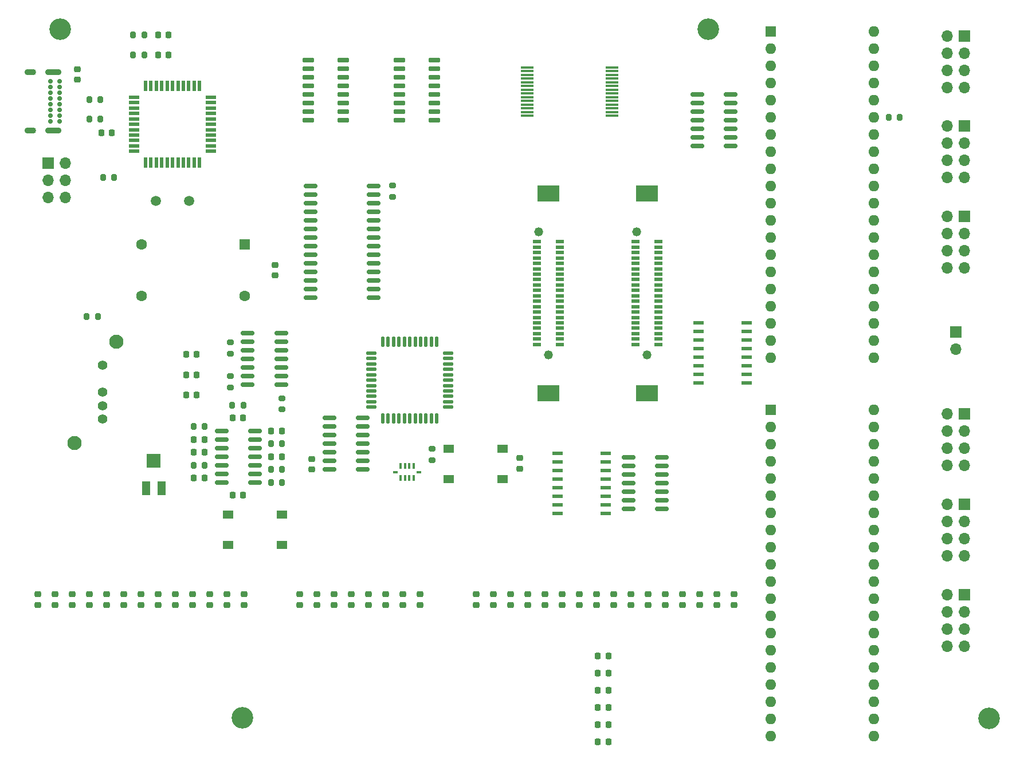
<source format=gbr>
%TF.GenerationSoftware,KiCad,Pcbnew,7.0.10*%
%TF.CreationDate,2024-03-05T20:32:04+01:00*%
%TF.ProjectId,z80,7a38302e-6b69-4636-9164-5f7063625858,1.0*%
%TF.SameCoordinates,Original*%
%TF.FileFunction,Soldermask,Top*%
%TF.FilePolarity,Negative*%
%FSLAX46Y46*%
G04 Gerber Fmt 4.6, Leading zero omitted, Abs format (unit mm)*
G04 Created by KiCad (PCBNEW 7.0.10) date 2024-03-05 20:32:04*
%MOMM*%
%LPD*%
G01*
G04 APERTURE LIST*
G04 Aperture macros list*
%AMRoundRect*
0 Rectangle with rounded corners*
0 $1 Rounding radius*
0 $2 $3 $4 $5 $6 $7 $8 $9 X,Y pos of 4 corners*
0 Add a 4 corners polygon primitive as box body*
4,1,4,$2,$3,$4,$5,$6,$7,$8,$9,$2,$3,0*
0 Add four circle primitives for the rounded corners*
1,1,$1+$1,$2,$3*
1,1,$1+$1,$4,$5*
1,1,$1+$1,$6,$7*
1,1,$1+$1,$8,$9*
0 Add four rect primitives between the rounded corners*
20,1,$1+$1,$2,$3,$4,$5,0*
20,1,$1+$1,$4,$5,$6,$7,0*
20,1,$1+$1,$6,$7,$8,$9,0*
20,1,$1+$1,$8,$9,$2,$3,0*%
G04 Aperture macros list end*
%ADD10RoundRect,0.200000X-0.200000X-0.275000X0.200000X-0.275000X0.200000X0.275000X-0.200000X0.275000X0*%
%ADD11R,1.550000X1.300000*%
%ADD12RoundRect,0.225000X0.225000X0.250000X-0.225000X0.250000X-0.225000X-0.250000X0.225000X-0.250000X0*%
%ADD13RoundRect,0.218750X0.256250X-0.218750X0.256250X0.218750X-0.256250X0.218750X-0.256250X-0.218750X0*%
%ADD14RoundRect,0.218750X-0.218750X-0.256250X0.218750X-0.256250X0.218750X0.256250X-0.218750X0.256250X0*%
%ADD15R,1.600000X1.600000*%
%ADD16O,1.600000X1.600000*%
%ADD17RoundRect,0.225000X-0.250000X0.225000X-0.250000X-0.225000X0.250000X-0.225000X0.250000X0.225000X0*%
%ADD18RoundRect,0.200000X0.275000X-0.200000X0.275000X0.200000X-0.275000X0.200000X-0.275000X-0.200000X0*%
%ADD19R,1.700000X1.700000*%
%ADD20O,1.700000X1.700000*%
%ADD21RoundRect,0.137500X-0.600000X-0.137500X0.600000X-0.137500X0.600000X0.137500X-0.600000X0.137500X0*%
%ADD22RoundRect,0.137500X-0.137500X-0.600000X0.137500X-0.600000X0.137500X0.600000X-0.137500X0.600000X0*%
%ADD23R,1.500000X0.600000*%
%ADD24RoundRect,0.200000X-0.275000X0.200000X-0.275000X-0.200000X0.275000X-0.200000X0.275000X0.200000X0*%
%ADD25RoundRect,0.150000X-0.825000X-0.150000X0.825000X-0.150000X0.825000X0.150000X-0.825000X0.150000X0*%
%ADD26C,3.200000*%
%ADD27C,1.320000*%
%ADD28R,1.200000X0.500000*%
%ADD29R,3.200000X2.450000*%
%ADD30R,1.870000X0.380000*%
%ADD31RoundRect,0.150000X-0.875000X-0.150000X0.875000X-0.150000X0.875000X0.150000X-0.875000X0.150000X0*%
%ADD32RoundRect,0.225000X-0.225000X-0.250000X0.225000X-0.250000X0.225000X0.250000X-0.225000X0.250000X0*%
%ADD33RoundRect,0.200000X0.200000X0.275000X-0.200000X0.275000X-0.200000X-0.275000X0.200000X-0.275000X0*%
%ADD34RoundRect,0.225000X0.250000X-0.225000X0.250000X0.225000X-0.250000X0.225000X-0.250000X-0.225000X0*%
%ADD35RoundRect,0.218750X0.218750X0.256250X-0.218750X0.256250X-0.218750X-0.256250X0.218750X-0.256250X0*%
%ADD36R,1.300000X2.000000*%
%ADD37R,2.000000X2.000000*%
%ADD38R,0.735600X0.458800*%
%ADD39R,0.306400X0.888000*%
%ADD40C,1.400000*%
%ADD41C,2.100000*%
%ADD42RoundRect,0.218750X-0.256250X0.218750X-0.256250X-0.218750X0.256250X-0.218750X0.256250X0.218750X0*%
%ADD43RoundRect,0.150000X-0.725000X-0.150000X0.725000X-0.150000X0.725000X0.150000X-0.725000X0.150000X0*%
%ADD44C,1.600000*%
%ADD45C,1.500000*%
%ADD46C,0.700000*%
%ADD47O,2.400000X0.900000*%
%ADD48O,1.700000X0.900000*%
%ADD49R,1.500000X0.550000*%
%ADD50R,0.550000X1.500000*%
G04 APERTURE END LIST*
D10*
%TO.C,R6*%
X112065000Y-92710000D03*
X113715000Y-92710000D03*
%TD*%
D11*
%TO.C,SW1*%
X125133000Y-110200000D03*
X117183000Y-110200000D03*
X125133000Y-105700000D03*
X117183000Y-105700000D03*
%TD*%
D12*
%TO.C,C7*%
X125095000Y-93345000D03*
X123545000Y-93345000D03*
%TD*%
D13*
%TO.C,D46*%
X184277000Y-119126000D03*
X184277000Y-117551000D03*
%TD*%
D14*
%TO.C,D2*%
X110946000Y-82041000D03*
X112521000Y-82041000D03*
%TD*%
D12*
%TO.C,C11*%
X99975000Y-49276000D03*
X98425000Y-49276000D03*
%TD*%
D13*
%TO.C,D17*%
X137922000Y-119126000D03*
X137922000Y-117551000D03*
%TD*%
%TO.C,D33*%
X119507000Y-119126000D03*
X119507000Y-117551000D03*
%TD*%
%TO.C,D15*%
X132842000Y-119126000D03*
X132842000Y-117551000D03*
%TD*%
%TO.C,D36*%
X158877000Y-119088500D03*
X158877000Y-117513500D03*
%TD*%
D10*
%TO.C,R11*%
X112065000Y-98425000D03*
X113715000Y-98425000D03*
%TD*%
D13*
%TO.C,D27*%
X104267000Y-119126000D03*
X104267000Y-117551000D03*
%TD*%
D15*
%TO.C,U7*%
X197358000Y-34290000D03*
D16*
X197358000Y-36830000D03*
X197358000Y-39370000D03*
X197358000Y-41910000D03*
X197358000Y-44450000D03*
X197358000Y-46990000D03*
X197358000Y-49530000D03*
X197358000Y-52070000D03*
X197358000Y-54610000D03*
X197358000Y-57150000D03*
X197358000Y-59690000D03*
X197358000Y-62230000D03*
X197358000Y-64770000D03*
X197358000Y-67310000D03*
X197358000Y-69850000D03*
X197358000Y-72390000D03*
X197358000Y-74930000D03*
X197358000Y-77470000D03*
X197358000Y-80010000D03*
X197358000Y-82550000D03*
X212598000Y-82550000D03*
X212598000Y-80010000D03*
X212598000Y-77470000D03*
X212598000Y-74930000D03*
X212598000Y-72390000D03*
X212598000Y-69850000D03*
X212598000Y-67310000D03*
X212598000Y-64770000D03*
X212598000Y-62230000D03*
X212598000Y-59690000D03*
X212598000Y-57150000D03*
X212598000Y-54610000D03*
X212598000Y-52070000D03*
X212598000Y-49530000D03*
X212598000Y-46990000D03*
X212598000Y-44450000D03*
X212598000Y-41910000D03*
X212598000Y-39370000D03*
X212598000Y-36830000D03*
X212598000Y-34290000D03*
%TD*%
D13*
%TO.C,D14*%
X130302000Y-119126000D03*
X130302000Y-117551000D03*
%TD*%
D17*
%TO.C,C12*%
X94869000Y-39865000D03*
X94869000Y-41415000D03*
%TD*%
D18*
%TO.C,R13*%
X125095000Y-90170000D03*
X125095000Y-88520000D03*
%TD*%
D19*
%TO.C,J4*%
X225933000Y-34925000D03*
D20*
X223393000Y-34925000D03*
X225933000Y-37465000D03*
X223393000Y-37465000D03*
X225933000Y-40005000D03*
X223393000Y-40005000D03*
X225933000Y-42545000D03*
X223393000Y-42545000D03*
%TD*%
D21*
%TO.C,CPU1*%
X138355500Y-81852000D03*
X138355500Y-82652000D03*
X138355500Y-83452000D03*
X138355500Y-84252000D03*
X138355500Y-85052000D03*
X138355500Y-85852000D03*
X138355500Y-86652000D03*
X138355500Y-87452000D03*
X138355500Y-88252000D03*
X138355500Y-89052000D03*
X138355500Y-89852000D03*
D22*
X140018000Y-91514500D03*
X140818000Y-91514500D03*
X141618000Y-91514500D03*
X142418000Y-91514500D03*
X143218000Y-91514500D03*
X144018000Y-91514500D03*
X144818000Y-91514500D03*
X145618000Y-91514500D03*
X146418000Y-91514500D03*
X147218000Y-91514500D03*
X148018000Y-91514500D03*
D21*
X149680500Y-89852000D03*
X149680500Y-89052000D03*
X149680500Y-88252000D03*
X149680500Y-87452000D03*
X149680500Y-86652000D03*
X149680500Y-85852000D03*
X149680500Y-85052000D03*
X149680500Y-84252000D03*
X149680500Y-83452000D03*
X149680500Y-82652000D03*
X149680500Y-81852000D03*
D22*
X148018000Y-80189500D03*
X147218000Y-80189500D03*
X146418000Y-80189500D03*
X145618000Y-80189500D03*
X144818000Y-80189500D03*
X144018000Y-80189500D03*
X143218000Y-80189500D03*
X142418000Y-80189500D03*
X141618000Y-80189500D03*
X140818000Y-80189500D03*
X140018000Y-80189500D03*
%TD*%
D13*
%TO.C,D28*%
X106807000Y-119126000D03*
X106807000Y-117551000D03*
%TD*%
%TO.C,D13*%
X127762000Y-119126000D03*
X127762000Y-117551000D03*
%TD*%
%TO.C,D30*%
X111887000Y-119126000D03*
X111887000Y-117551000D03*
%TD*%
D23*
%TO.C,U5*%
X186696000Y-77343000D03*
X186696000Y-78613000D03*
X186696000Y-79883000D03*
X186696000Y-81153000D03*
X186696000Y-82423000D03*
X186696000Y-83693000D03*
X186696000Y-84963000D03*
X186696000Y-86233000D03*
X193796000Y-86233000D03*
X193796000Y-84963000D03*
X193796000Y-83693000D03*
X193796000Y-82423000D03*
X193796000Y-81153000D03*
X193796000Y-79883000D03*
X193796000Y-78613000D03*
X193796000Y-77343000D03*
%TD*%
D13*
%TO.C,D25*%
X99187000Y-119126000D03*
X99187000Y-117551000D03*
%TD*%
%TO.C,D47*%
X186817000Y-119126000D03*
X186817000Y-117551000D03*
%TD*%
D11*
%TO.C,SW3*%
X157734000Y-100512000D03*
X149784000Y-100512000D03*
X157734000Y-96012000D03*
X149784000Y-96012000D03*
%TD*%
D13*
%TO.C,D37*%
X161417000Y-119088500D03*
X161417000Y-117513500D03*
%TD*%
%TO.C,D39*%
X166497000Y-119088500D03*
X166497000Y-117513500D03*
%TD*%
%TO.C,D16*%
X135382000Y-119126000D03*
X135382000Y-117551000D03*
%TD*%
D24*
%TO.C,R15*%
X147320000Y-96012000D03*
X147320000Y-97662000D03*
%TD*%
D12*
%TO.C,C5*%
X113665000Y-96520000D03*
X112115000Y-96520000D03*
%TD*%
D25*
%TO.C,U6*%
X186501000Y-43561000D03*
X186501000Y-44831000D03*
X186501000Y-46101000D03*
X186501000Y-47371000D03*
X186501000Y-48641000D03*
X186501000Y-49911000D03*
X186501000Y-51181000D03*
X191451000Y-51181000D03*
X191451000Y-49911000D03*
X191451000Y-48641000D03*
X191451000Y-47371000D03*
X191451000Y-46101000D03*
X191451000Y-44831000D03*
X191451000Y-43561000D03*
%TD*%
D26*
%TO.C,REF\u002A\u002A*%
X92360000Y-33940000D03*
%TD*%
D27*
%TO.C,J3*%
X177546000Y-63880000D03*
X179046000Y-82080000D03*
D28*
X177346000Y-65380000D03*
X177346000Y-66180000D03*
X177346000Y-66980000D03*
X177346000Y-67780000D03*
X177346000Y-68580000D03*
X177346000Y-69380000D03*
X177346000Y-70180000D03*
X177346000Y-70980000D03*
X177346000Y-71780000D03*
X177346000Y-72580000D03*
X177346000Y-73380000D03*
X177346000Y-74180000D03*
X177346000Y-74980000D03*
X177346000Y-75780000D03*
X177346000Y-76580000D03*
X177346000Y-77380000D03*
X177346000Y-78180000D03*
X177346000Y-78980000D03*
X177346000Y-79780000D03*
X177346000Y-80580000D03*
X180746000Y-65380000D03*
X180746000Y-66180000D03*
X180746000Y-66980000D03*
X180746000Y-67780000D03*
X180746000Y-68580000D03*
X180746000Y-69380000D03*
X180746000Y-70180000D03*
X180746000Y-70980000D03*
X180746000Y-71780000D03*
X180746000Y-72580000D03*
X180746000Y-73380000D03*
X180746000Y-74180000D03*
X180746000Y-74980000D03*
X180746000Y-75780000D03*
X180746000Y-76580000D03*
X180746000Y-77380000D03*
X180746000Y-78180000D03*
X180746000Y-78980000D03*
X180746000Y-79780000D03*
X180746000Y-80580000D03*
D29*
X179046000Y-58205000D03*
X179046000Y-87755000D03*
%TD*%
D24*
%TO.C,R16*%
X141478000Y-57087000D03*
X141478000Y-58737000D03*
%TD*%
D19*
%TO.C,J5*%
X225953000Y-48270000D03*
D20*
X223413000Y-48270000D03*
X225953000Y-50810000D03*
X223413000Y-50810000D03*
X225953000Y-53350000D03*
X223413000Y-53350000D03*
X225953000Y-55890000D03*
X223413000Y-55890000D03*
%TD*%
D30*
%TO.C,RAM1*%
X161370000Y-43455000D03*
X161370000Y-44005000D03*
X161370000Y-44555000D03*
X161370000Y-45105000D03*
X161370000Y-45655000D03*
X161370000Y-46205000D03*
X161370000Y-46755000D03*
X173910000Y-46755000D03*
X173910000Y-46205000D03*
X173910000Y-45655000D03*
X173910000Y-45105000D03*
X173910000Y-44555000D03*
X173910000Y-44005000D03*
X173910000Y-43455000D03*
X173910000Y-42905000D03*
X173910000Y-42355000D03*
X173910000Y-41805000D03*
X173910000Y-41255000D03*
X173910000Y-40705000D03*
X173910000Y-40155000D03*
X173910000Y-39605000D03*
X161370000Y-39605000D03*
X161370000Y-40155000D03*
X161370000Y-40705000D03*
X161370000Y-41255000D03*
X161370000Y-41805000D03*
X161370000Y-42355000D03*
X161370000Y-42905000D03*
%TD*%
D13*
%TO.C,D40*%
X169037000Y-119088500D03*
X169037000Y-117513500D03*
%TD*%
D14*
%TO.C,D11*%
X171780000Y-134243000D03*
X173355000Y-134243000D03*
%TD*%
D19*
%TO.C,J8*%
X225953000Y-104219000D03*
D20*
X223413000Y-104219000D03*
X225953000Y-106759000D03*
X223413000Y-106759000D03*
X225953000Y-109299000D03*
X223413000Y-109299000D03*
X225953000Y-111839000D03*
X223413000Y-111839000D03*
%TD*%
D10*
%TO.C,R12*%
X123495000Y-99060000D03*
X125145000Y-99060000D03*
%TD*%
D19*
%TO.C,J1*%
X224663000Y-78740000D03*
D20*
X224663000Y-81280000D03*
%TD*%
D13*
%TO.C,D49*%
X191897000Y-119126000D03*
X191897000Y-117551000D03*
%TD*%
D31*
%TO.C,ROM1*%
X129335000Y-57150000D03*
X129335000Y-58420000D03*
X129335000Y-59690000D03*
X129335000Y-60960000D03*
X129335000Y-62230000D03*
X129335000Y-63500000D03*
X129335000Y-64770000D03*
X129335000Y-66040000D03*
X129335000Y-67310000D03*
X129335000Y-68580000D03*
X129335000Y-69850000D03*
X129335000Y-71120000D03*
X129335000Y-72390000D03*
X129335000Y-73660000D03*
X138635000Y-73660000D03*
X138635000Y-72390000D03*
X138635000Y-71120000D03*
X138635000Y-69850000D03*
X138635000Y-68580000D03*
X138635000Y-67310000D03*
X138635000Y-66040000D03*
X138635000Y-64770000D03*
X138635000Y-63500000D03*
X138635000Y-62230000D03*
X138635000Y-60960000D03*
X138635000Y-59690000D03*
X138635000Y-58420000D03*
X138635000Y-57150000D03*
%TD*%
D13*
%TO.C,D20*%
X145542000Y-119126000D03*
X145542000Y-117551000D03*
%TD*%
D14*
%TO.C,D12*%
X171780000Y-136783000D03*
X173355000Y-136783000D03*
%TD*%
D32*
%TO.C,C4*%
X117830000Y-102870000D03*
X119380000Y-102870000D03*
%TD*%
D33*
%TO.C,R5*%
X119430000Y-89535000D03*
X117780000Y-89535000D03*
%TD*%
D18*
%TO.C,R7*%
X117475000Y-86930000D03*
X117475000Y-85280000D03*
%TD*%
D34*
%TO.C,C8*%
X160274000Y-98946000D03*
X160274000Y-97396000D03*
%TD*%
D10*
%TO.C,R17*%
X96647000Y-44323000D03*
X98297000Y-44323000D03*
%TD*%
D35*
%TO.C,D5*%
X113677500Y-100330000D03*
X112102500Y-100330000D03*
%TD*%
D26*
%TO.C,REF\u002A\u002A*%
X229585000Y-135859000D03*
%TD*%
D25*
%TO.C,U8*%
X176341000Y-97282000D03*
X176341000Y-98552000D03*
X176341000Y-99822000D03*
X176341000Y-101092000D03*
X176341000Y-102362000D03*
X176341000Y-103632000D03*
X176341000Y-104902000D03*
X181291000Y-104902000D03*
X181291000Y-103632000D03*
X181291000Y-102362000D03*
X181291000Y-101092000D03*
X181291000Y-99822000D03*
X181291000Y-98552000D03*
X181291000Y-97282000D03*
%TD*%
D36*
%TO.C,RV1*%
X107322000Y-101822000D03*
D37*
X106172000Y-97822000D03*
D36*
X105022000Y-101822000D03*
%TD*%
D26*
%TO.C,REF\u002A\u002A*%
X119253000Y-135763000D03*
%TD*%
D27*
%TO.C,J2*%
X163014000Y-63880000D03*
X164514000Y-82080000D03*
D28*
X162814000Y-65380000D03*
X162814000Y-66180000D03*
X162814000Y-66980000D03*
X162814000Y-67780000D03*
X162814000Y-68580000D03*
X162814000Y-69380000D03*
X162814000Y-70180000D03*
X162814000Y-70980000D03*
X162814000Y-71780000D03*
X162814000Y-72580000D03*
X162814000Y-73380000D03*
X162814000Y-74180000D03*
X162814000Y-74980000D03*
X162814000Y-75780000D03*
X162814000Y-76580000D03*
X162814000Y-77380000D03*
X162814000Y-78180000D03*
X162814000Y-78980000D03*
X162814000Y-79780000D03*
X162814000Y-80580000D03*
X166214000Y-65380000D03*
X166214000Y-66180000D03*
X166214000Y-66980000D03*
X166214000Y-67780000D03*
X166214000Y-68580000D03*
X166214000Y-69380000D03*
X166214000Y-70180000D03*
X166214000Y-70980000D03*
X166214000Y-71780000D03*
X166214000Y-72580000D03*
X166214000Y-73380000D03*
X166214000Y-74180000D03*
X166214000Y-74980000D03*
X166214000Y-75780000D03*
X166214000Y-76580000D03*
X166214000Y-77380000D03*
X166214000Y-78180000D03*
X166214000Y-78980000D03*
X166214000Y-79780000D03*
X166214000Y-80580000D03*
D29*
X164514000Y-58205000D03*
X164514000Y-87755000D03*
%TD*%
D15*
%TO.C,U10*%
X197358000Y-90239000D03*
D16*
X197358000Y-92779000D03*
X197358000Y-95319000D03*
X197358000Y-97859000D03*
X197358000Y-100399000D03*
X197358000Y-102939000D03*
X197358000Y-105479000D03*
X197358000Y-108019000D03*
X197358000Y-110559000D03*
X197358000Y-113099000D03*
X197358000Y-115639000D03*
X197358000Y-118179000D03*
X197358000Y-120719000D03*
X197358000Y-123259000D03*
X197358000Y-125799000D03*
X197358000Y-128339000D03*
X197358000Y-130879000D03*
X197358000Y-133419000D03*
X197358000Y-135959000D03*
X197358000Y-138499000D03*
X212598000Y-138499000D03*
X212598000Y-135959000D03*
X212598000Y-133419000D03*
X212598000Y-130879000D03*
X212598000Y-128339000D03*
X212598000Y-125799000D03*
X212598000Y-123259000D03*
X212598000Y-120719000D03*
X212598000Y-118179000D03*
X212598000Y-115639000D03*
X212598000Y-113099000D03*
X212598000Y-110559000D03*
X212598000Y-108019000D03*
X212598000Y-105479000D03*
X212598000Y-102939000D03*
X212598000Y-100399000D03*
X212598000Y-97859000D03*
X212598000Y-95319000D03*
X212598000Y-92779000D03*
X212598000Y-90239000D03*
%TD*%
D13*
%TO.C,D42*%
X174117000Y-119126000D03*
X174117000Y-117551000D03*
%TD*%
D14*
%TO.C,D3*%
X106807000Y-37719000D03*
X108382000Y-37719000D03*
%TD*%
D33*
%TO.C,R1*%
X125145000Y-100965000D03*
X123495000Y-100965000D03*
%TD*%
D25*
%TO.C,CLK1*%
X116195000Y-93345000D03*
X116195000Y-94615000D03*
X116195000Y-95885000D03*
X116195000Y-97155000D03*
X116195000Y-98425000D03*
X116195000Y-99695000D03*
X116195000Y-100965000D03*
X121145000Y-100965000D03*
X121145000Y-99695000D03*
X121145000Y-98425000D03*
X121145000Y-97155000D03*
X121145000Y-95885000D03*
X121145000Y-94615000D03*
X121145000Y-93345000D03*
%TD*%
D13*
%TO.C,D24*%
X96647000Y-119126000D03*
X96647000Y-117551000D03*
%TD*%
D23*
%TO.C,U4*%
X165868000Y-96647000D03*
X165868000Y-97917000D03*
X165868000Y-99187000D03*
X165868000Y-100457000D03*
X165868000Y-101727000D03*
X165868000Y-102997000D03*
X165868000Y-104267000D03*
X165868000Y-105537000D03*
X172968000Y-105537000D03*
X172968000Y-104267000D03*
X172968000Y-102997000D03*
X172968000Y-101727000D03*
X172968000Y-100457000D03*
X172968000Y-99187000D03*
X172968000Y-97917000D03*
X172968000Y-96647000D03*
%TD*%
D33*
%TO.C,R22*%
X104774000Y-37719000D03*
X103124000Y-37719000D03*
%TD*%
D38*
%TO.C,RN1*%
X145395599Y-99441000D03*
X141878401Y-99441000D03*
D39*
X144589500Y-98558701D03*
X143954500Y-98558701D03*
X143319500Y-98558701D03*
X142684500Y-98558701D03*
X142684500Y-100323299D03*
X143319500Y-100323299D03*
X143954500Y-100323299D03*
X144589500Y-100323299D03*
%TD*%
D13*
%TO.C,D26*%
X101727000Y-119126000D03*
X101727000Y-117551000D03*
%TD*%
%TO.C,D31*%
X114427000Y-119126000D03*
X114427000Y-117551000D03*
%TD*%
%TO.C,D41*%
X171577000Y-119088500D03*
X171577000Y-117513500D03*
%TD*%
%TO.C,D19*%
X143002000Y-119126000D03*
X143002000Y-117551000D03*
%TD*%
D40*
%TO.C,SW2*%
X98636000Y-83630000D03*
X98636000Y-87630000D03*
X98636000Y-89630000D03*
X98636000Y-91630000D03*
D41*
X100636000Y-80130000D03*
X94436000Y-95130000D03*
%TD*%
D10*
%TO.C,R19*%
X96647000Y-47244000D03*
X98297000Y-47244000D03*
%TD*%
D13*
%TO.C,D29*%
X109347000Y-119126000D03*
X109347000Y-117551000D03*
%TD*%
D14*
%TO.C,D7*%
X171780000Y-126623000D03*
X173355000Y-126623000D03*
%TD*%
D13*
%TO.C,D45*%
X181737000Y-119126000D03*
X181737000Y-117551000D03*
%TD*%
%TO.C,D44*%
X179197000Y-119126000D03*
X179197000Y-117551000D03*
%TD*%
D42*
%TO.C,D6*%
X129540000Y-97498000D03*
X129540000Y-99073000D03*
%TD*%
D17*
%TO.C,C2*%
X124079000Y-68821000D03*
X124079000Y-70371000D03*
%TD*%
D10*
%TO.C,R8*%
X96266000Y-76454000D03*
X97916000Y-76454000D03*
%TD*%
D14*
%TO.C,D50*%
X171780000Y-139323000D03*
X173355000Y-139323000D03*
%TD*%
D33*
%TO.C,R9*%
X125145000Y-95250000D03*
X123495000Y-95250000D03*
%TD*%
D13*
%TO.C,D35*%
X156337000Y-119088500D03*
X156337000Y-117513500D03*
%TD*%
D33*
%TO.C,R21*%
X104774000Y-34798000D03*
X103124000Y-34798000D03*
%TD*%
D14*
%TO.C,D10*%
X171780000Y-131703000D03*
X173355000Y-131703000D03*
%TD*%
D26*
%TO.C,REF\u002A\u002A*%
X188087000Y-33909000D03*
%TD*%
D10*
%TO.C,R18*%
X214758000Y-46990000D03*
X216408000Y-46990000D03*
%TD*%
D14*
%TO.C,D8*%
X110972500Y-88043327D03*
X112547500Y-88043327D03*
%TD*%
D10*
%TO.C,R4*%
X98680000Y-55880000D03*
X100330000Y-55880000D03*
%TD*%
D32*
%TO.C,C3*%
X117830000Y-91440000D03*
X119380000Y-91440000D03*
%TD*%
D43*
%TO.C,U3*%
X142459000Y-38481000D03*
X142459000Y-39751000D03*
X142459000Y-41021000D03*
X142459000Y-42291000D03*
X142459000Y-43561000D03*
X142459000Y-44831000D03*
X142459000Y-46101000D03*
X142459000Y-47371000D03*
X147609000Y-47371000D03*
X147609000Y-46101000D03*
X147609000Y-44831000D03*
X147609000Y-43561000D03*
X147609000Y-42291000D03*
X147609000Y-41021000D03*
X147609000Y-39751000D03*
X147609000Y-38481000D03*
%TD*%
D15*
%TO.C,CLK2*%
X119634000Y-65786000D03*
D44*
X104394000Y-65786000D03*
X104394000Y-73406000D03*
X119634000Y-73406000D03*
%TD*%
D12*
%TO.C,C1*%
X113665000Y-94615000D03*
X112115000Y-94615000D03*
%TD*%
D14*
%TO.C,D1*%
X106807000Y-34798000D03*
X108382000Y-34798000D03*
%TD*%
D13*
%TO.C,D48*%
X189357000Y-119126000D03*
X189357000Y-117551000D03*
%TD*%
D14*
%TO.C,D4*%
X110972500Y-85043327D03*
X112547500Y-85043327D03*
%TD*%
D13*
%TO.C,D38*%
X163957000Y-119088500D03*
X163957000Y-117513500D03*
%TD*%
D19*
%TO.C,J10*%
X90551000Y-53721000D03*
D20*
X93091000Y-53721000D03*
X90551000Y-56261000D03*
X93091000Y-56261000D03*
X90551000Y-58801000D03*
X93091000Y-58801000D03*
%TD*%
D25*
%TO.C,U9*%
X132145000Y-91440000D03*
X132145000Y-92710000D03*
X132145000Y-93980000D03*
X132145000Y-95250000D03*
X132145000Y-96520000D03*
X132145000Y-97790000D03*
X132145000Y-99060000D03*
X137095000Y-99060000D03*
X137095000Y-97790000D03*
X137095000Y-96520000D03*
X137095000Y-95250000D03*
X137095000Y-93980000D03*
X137095000Y-92710000D03*
X137095000Y-91440000D03*
%TD*%
D45*
%TO.C,CLK3*%
X106516000Y-59309000D03*
X111396000Y-59309000D03*
%TD*%
D13*
%TO.C,D22*%
X91567000Y-119126000D03*
X91567000Y-117551000D03*
%TD*%
D32*
%TO.C,C6*%
X123545000Y-97155000D03*
X125095000Y-97155000D03*
%TD*%
D46*
%TO.C,J11*%
X92282000Y-41607000D03*
X92282000Y-42457000D03*
X92282000Y-43307000D03*
X92282000Y-44157000D03*
X92282000Y-45007000D03*
X92282000Y-45857000D03*
X92282000Y-46707000D03*
X92282000Y-47557000D03*
X90932000Y-47557000D03*
X90932000Y-46707000D03*
X90932000Y-45857000D03*
X90932000Y-45007000D03*
X90932000Y-44157000D03*
X90932000Y-43307000D03*
X90932000Y-42457000D03*
X90932000Y-41607000D03*
D47*
X91302000Y-40257000D03*
D48*
X87922000Y-40257000D03*
D47*
X91302000Y-48907000D03*
D48*
X87922000Y-48907000D03*
%TD*%
D43*
%TO.C,U2*%
X128997000Y-38481000D03*
X128997000Y-39751000D03*
X128997000Y-41021000D03*
X128997000Y-42291000D03*
X128997000Y-43561000D03*
X128997000Y-44831000D03*
X128997000Y-46101000D03*
X128997000Y-47371000D03*
X134147000Y-47371000D03*
X134147000Y-46101000D03*
X134147000Y-44831000D03*
X134147000Y-43561000D03*
X134147000Y-42291000D03*
X134147000Y-41021000D03*
X134147000Y-39751000D03*
X134147000Y-38481000D03*
%TD*%
D13*
%TO.C,D43*%
X176657000Y-119126000D03*
X176657000Y-117551000D03*
%TD*%
%TO.C,D23*%
X94107000Y-119126000D03*
X94107000Y-117551000D03*
%TD*%
D25*
%TO.C,U1*%
X120080000Y-78930000D03*
X120080000Y-80200000D03*
X120080000Y-81470000D03*
X120080000Y-82740000D03*
X120080000Y-84010000D03*
X120080000Y-85280000D03*
X120080000Y-86550000D03*
X125030000Y-86550000D03*
X125030000Y-85280000D03*
X125030000Y-84010000D03*
X125030000Y-82740000D03*
X125030000Y-81470000D03*
X125030000Y-80200000D03*
X125030000Y-78930000D03*
%TD*%
D14*
%TO.C,D9*%
X171780000Y-129163000D03*
X173355000Y-129163000D03*
%TD*%
D49*
%TO.C,U11*%
X103266000Y-44006000D03*
X103266000Y-44806000D03*
X103266000Y-45606000D03*
X103266000Y-46406000D03*
X103266000Y-47206000D03*
X103266000Y-48006000D03*
X103266000Y-48806000D03*
X103266000Y-49606000D03*
X103266000Y-50406000D03*
X103266000Y-51206000D03*
X103266000Y-52006000D03*
D50*
X104966000Y-53706000D03*
X105766000Y-53706000D03*
X106566000Y-53706000D03*
X107366000Y-53706000D03*
X108166000Y-53706000D03*
X108966000Y-53706000D03*
X109766000Y-53706000D03*
X110566000Y-53706000D03*
X111366000Y-53706000D03*
X112166000Y-53706000D03*
X112966000Y-53706000D03*
D49*
X114666000Y-52006000D03*
X114666000Y-51206000D03*
X114666000Y-50406000D03*
X114666000Y-49606000D03*
X114666000Y-48806000D03*
X114666000Y-48006000D03*
X114666000Y-47206000D03*
X114666000Y-46406000D03*
X114666000Y-45606000D03*
X114666000Y-44806000D03*
X114666000Y-44006000D03*
D50*
X112966000Y-42306000D03*
X112166000Y-42306000D03*
X111366000Y-42306000D03*
X110566000Y-42306000D03*
X109766000Y-42306000D03*
X108966000Y-42306000D03*
X108166000Y-42306000D03*
X107366000Y-42306000D03*
X106566000Y-42306000D03*
X105766000Y-42306000D03*
X104966000Y-42306000D03*
%TD*%
D13*
%TO.C,D34*%
X153797000Y-119088500D03*
X153797000Y-117513500D03*
%TD*%
%TO.C,D18*%
X140462000Y-119126000D03*
X140462000Y-117551000D03*
%TD*%
%TO.C,D21*%
X89027000Y-119126000D03*
X89027000Y-117551000D03*
%TD*%
D19*
%TO.C,J9*%
X225953000Y-117554000D03*
D20*
X223413000Y-117554000D03*
X225953000Y-120094000D03*
X223413000Y-120094000D03*
X225953000Y-122634000D03*
X223413000Y-122634000D03*
X225953000Y-125174000D03*
X223413000Y-125174000D03*
%TD*%
D13*
%TO.C,D32*%
X116967000Y-119126000D03*
X116967000Y-117551000D03*
%TD*%
D19*
%TO.C,J6*%
X225953000Y-61605000D03*
D20*
X223413000Y-61605000D03*
X225953000Y-64145000D03*
X223413000Y-64145000D03*
X225953000Y-66685000D03*
X223413000Y-66685000D03*
X225953000Y-69225000D03*
X223413000Y-69225000D03*
%TD*%
D18*
%TO.C,R2*%
X117475000Y-81915000D03*
X117475000Y-80265000D03*
%TD*%
D19*
%TO.C,J7*%
X225933000Y-90874000D03*
D20*
X223393000Y-90874000D03*
X225933000Y-93414000D03*
X223393000Y-93414000D03*
X225933000Y-95954000D03*
X223393000Y-95954000D03*
X225933000Y-98494000D03*
X223393000Y-98494000D03*
%TD*%
M02*

</source>
